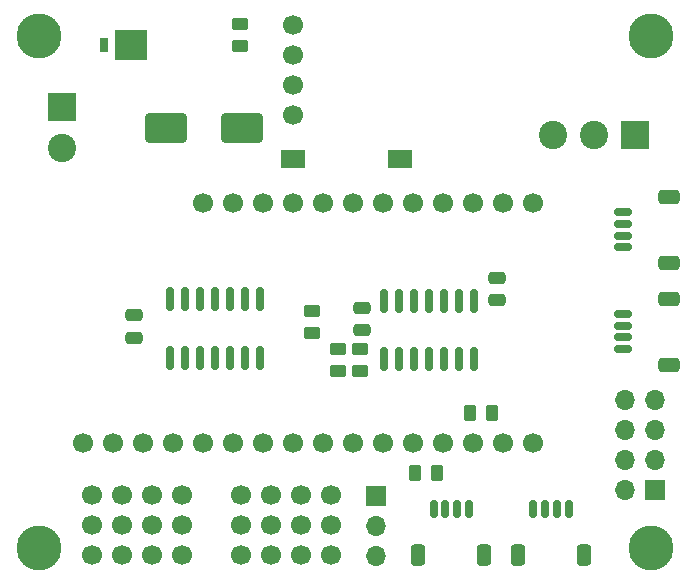
<source format=gbr>
%TF.GenerationSoftware,KiCad,Pcbnew,(6.0.8-1)-1*%
%TF.CreationDate,2022-12-25T14:42:35-06:00*%
%TF.ProjectId,M4_CAN_Feather_Carrier,4d345f43-414e-45f4-9665-61746865725f,rev?*%
%TF.SameCoordinates,Original*%
%TF.FileFunction,Soldermask,Top*%
%TF.FilePolarity,Negative*%
%FSLAX46Y46*%
G04 Gerber Fmt 4.6, Leading zero omitted, Abs format (unit mm)*
G04 Created by KiCad (PCBNEW (6.0.8-1)-1) date 2022-12-25 14:42:35*
%MOMM*%
%LPD*%
G01*
G04 APERTURE LIST*
G04 Aperture macros list*
%AMRoundRect*
0 Rectangle with rounded corners*
0 $1 Rounding radius*
0 $2 $3 $4 $5 $6 $7 $8 $9 X,Y pos of 4 corners*
0 Add a 4 corners polygon primitive as box body*
4,1,4,$2,$3,$4,$5,$6,$7,$8,$9,$2,$3,0*
0 Add four circle primitives for the rounded corners*
1,1,$1+$1,$2,$3*
1,1,$1+$1,$4,$5*
1,1,$1+$1,$6,$7*
1,1,$1+$1,$8,$9*
0 Add four rect primitives between the rounded corners*
20,1,$1+$1,$2,$3,$4,$5,0*
20,1,$1+$1,$4,$5,$6,$7,0*
20,1,$1+$1,$6,$7,$8,$9,0*
20,1,$1+$1,$8,$9,$2,$3,0*%
G04 Aperture macros list end*
%ADD10RoundRect,0.150000X0.625000X-0.150000X0.625000X0.150000X-0.625000X0.150000X-0.625000X-0.150000X0*%
%ADD11RoundRect,0.250000X0.650000X-0.350000X0.650000X0.350000X-0.650000X0.350000X-0.650000X-0.350000X0*%
%ADD12R,1.700000X1.700000*%
%ADD13O,1.700000X1.700000*%
%ADD14RoundRect,0.250000X1.500000X1.000000X-1.500000X1.000000X-1.500000X-1.000000X1.500000X-1.000000X0*%
%ADD15C,3.800000*%
%ADD16R,2.400000X2.400000*%
%ADD17C,2.400000*%
%ADD18R,2.670000X2.540000*%
%ADD19R,0.760000X1.270000*%
%ADD20RoundRect,0.150000X-0.150000X-0.625000X0.150000X-0.625000X0.150000X0.625000X-0.150000X0.625000X0*%
%ADD21RoundRect,0.250000X-0.350000X-0.650000X0.350000X-0.650000X0.350000X0.650000X-0.350000X0.650000X0*%
%ADD22RoundRect,0.250000X0.475000X-0.250000X0.475000X0.250000X-0.475000X0.250000X-0.475000X-0.250000X0*%
%ADD23RoundRect,0.250000X0.450000X-0.262500X0.450000X0.262500X-0.450000X0.262500X-0.450000X-0.262500X0*%
%ADD24C,1.700000*%
%ADD25RoundRect,0.150000X-0.150000X0.825000X-0.150000X-0.825000X0.150000X-0.825000X0.150000X0.825000X0*%
%ADD26RoundRect,0.250000X0.262500X0.450000X-0.262500X0.450000X-0.262500X-0.450000X0.262500X-0.450000X0*%
%ADD27R,2.000000X1.500000*%
%ADD28RoundRect,0.250000X-0.450000X0.262500X-0.450000X-0.262500X0.450000X-0.262500X0.450000X0.262500X0*%
%ADD29RoundRect,0.150000X0.150000X-0.825000X0.150000X0.825000X-0.150000X0.825000X-0.150000X-0.825000X0*%
G04 APERTURE END LIST*
D10*
%TO.C,X3*%
X132620000Y-83796000D03*
X132620000Y-82796000D03*
X132620000Y-81796000D03*
X132620000Y-80796000D03*
D11*
X136495000Y-85096000D03*
X136495000Y-79496000D03*
%TD*%
D12*
%TO.C,J5*%
X111700000Y-104820000D03*
D13*
X111700000Y-107360000D03*
X111700000Y-109900000D03*
%TD*%
D14*
%TO.C,C1*%
X100405000Y-73660000D03*
X93905000Y-73660000D03*
%TD*%
D15*
%TO.C,H1*%
X135017000Y-109220000D03*
%TD*%
D16*
%TO.C,J2*%
X133675000Y-74295000D03*
D17*
X130175000Y-74295000D03*
X126675000Y-74295000D03*
%TD*%
D18*
%TO.C,D1*%
X91001000Y-66675000D03*
D19*
X88646000Y-66675000D03*
%TD*%
D15*
%TO.C,H2*%
X83185000Y-65913000D03*
%TD*%
D20*
%TO.C,X2*%
X116600000Y-105950000D03*
X117600000Y-105950000D03*
X118600000Y-105950000D03*
X119600000Y-105950000D03*
D21*
X115300000Y-109825000D03*
X120900000Y-109825000D03*
%TD*%
D22*
%TO.C,C4*%
X91186000Y-91440000D03*
X91186000Y-89540000D03*
%TD*%
D15*
%TO.C,H4*%
X83185000Y-109220000D03*
%TD*%
%TO.C,H3*%
X135017000Y-65913000D03*
%TD*%
D23*
%TO.C,R5*%
X100203000Y-66722000D03*
X100203000Y-64897000D03*
%TD*%
D24*
%TO.C,U1*%
X104648000Y-64936000D03*
X104648000Y-67476000D03*
X104648000Y-70016000D03*
X104648000Y-72556000D03*
%TD*%
D22*
%TO.C,C3*%
X110490000Y-90800000D03*
X110490000Y-88900000D03*
%TD*%
D24*
%TO.C,J3*%
X100310000Y-104775000D03*
X100310000Y-107315000D03*
X100310000Y-109855000D03*
X102850000Y-104775000D03*
X102850000Y-107315000D03*
X102850000Y-109855000D03*
X105390000Y-104775000D03*
X105390000Y-107315000D03*
X105390000Y-109855000D03*
X107930000Y-104775000D03*
X107930000Y-107315000D03*
X107930000Y-109855000D03*
%TD*%
D25*
%TO.C,U3*%
X120015000Y-88330000D03*
X118745000Y-88330000D03*
X117475000Y-88330000D03*
X116205000Y-88330000D03*
X114935000Y-88330000D03*
X113665000Y-88330000D03*
X112395000Y-88330000D03*
X112395000Y-93280000D03*
X113665000Y-93280000D03*
X114935000Y-93280000D03*
X116205000Y-93280000D03*
X117475000Y-93280000D03*
X118745000Y-93280000D03*
X120015000Y-93280000D03*
%TD*%
D22*
%TO.C,C2*%
X121920000Y-88265000D03*
X121920000Y-86365000D03*
%TD*%
D26*
%TO.C,R2*%
X116840000Y-102870000D03*
X115015000Y-102870000D03*
%TD*%
D10*
%TO.C,X4*%
X132620000Y-92426000D03*
X132620000Y-91426000D03*
X132620000Y-90426000D03*
X132620000Y-89426000D03*
D11*
X136495000Y-88126000D03*
X136495000Y-93726000D03*
%TD*%
D27*
%TO.C,SW1*%
X104720000Y-76327000D03*
X113720000Y-76327000D03*
%TD*%
D24*
%TO.C,J7*%
X87630000Y-104775000D03*
X87630000Y-107315000D03*
X87630000Y-109855000D03*
X90170000Y-104775000D03*
X90170000Y-107315000D03*
X90170000Y-109855000D03*
X92710000Y-104775000D03*
X92710000Y-107315000D03*
X92710000Y-109855000D03*
X95250000Y-104775000D03*
X95250000Y-107315000D03*
X95250000Y-109855000D03*
%TD*%
D28*
%TO.C,R4*%
X108458000Y-92409000D03*
X108458000Y-94234000D03*
%TD*%
%TO.C,R3*%
X110363000Y-92409000D03*
X110363000Y-94234000D03*
%TD*%
D16*
%TO.C,J1*%
X85090000Y-71910000D03*
D17*
X85090000Y-75410000D03*
%TD*%
D29*
%TO.C,U4*%
X94234000Y-93153000D03*
X95504000Y-93153000D03*
X96774000Y-93153000D03*
X98044000Y-93153000D03*
X99314000Y-93153000D03*
X100584000Y-93153000D03*
X101854000Y-93153000D03*
X101854000Y-88203000D03*
X100584000Y-88203000D03*
X99314000Y-88203000D03*
X98044000Y-88203000D03*
X96774000Y-88203000D03*
X95504000Y-88203000D03*
X94234000Y-88203000D03*
%TD*%
D24*
%TO.C,U2*%
X86930000Y-100330000D03*
X89440000Y-100330000D03*
X91980000Y-100330000D03*
X94520000Y-100330000D03*
X97060000Y-100330000D03*
X99600000Y-100330000D03*
X102140000Y-100330000D03*
X104680000Y-100330000D03*
X107220000Y-100330000D03*
X109760000Y-100330000D03*
X112300000Y-100330000D03*
X114840000Y-100330000D03*
X117380000Y-100330000D03*
X119920000Y-100330000D03*
X122460000Y-100330000D03*
X125000000Y-100330000D03*
X125000000Y-80010000D03*
X122460000Y-80010000D03*
X119920000Y-80010000D03*
X117380000Y-80010000D03*
X114840000Y-80010000D03*
X112300000Y-80010000D03*
X109760000Y-80010000D03*
X107220000Y-80010000D03*
X104680000Y-80010000D03*
X102140000Y-80010000D03*
X99600000Y-80010000D03*
X97060000Y-80010000D03*
%TD*%
D20*
%TO.C,X1*%
X125033000Y-105950000D03*
X126033000Y-105950000D03*
X127033000Y-105950000D03*
X128033000Y-105950000D03*
D21*
X129333000Y-109825000D03*
X123733000Y-109825000D03*
%TD*%
D26*
%TO.C,R1*%
X121539000Y-97790000D03*
X119714000Y-97790000D03*
%TD*%
D23*
%TO.C,R6*%
X106300000Y-91012500D03*
X106300000Y-89187500D03*
%TD*%
D12*
%TO.C,J4*%
X135375000Y-104340000D03*
D13*
X132835000Y-104340000D03*
X135375000Y-101800000D03*
X132835000Y-101800000D03*
X135375000Y-99260000D03*
X132835000Y-99260000D03*
X135375000Y-96720000D03*
X132835000Y-96720000D03*
%TD*%
M02*

</source>
